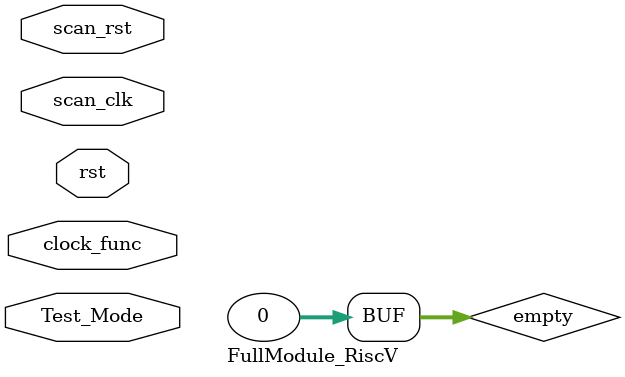
<source format=v>
`include "Adder_Nbit.v"
`include "ALU_32.v"
`include "ALU_controller.v"
`include "Extend.v"
`include "instruction_ROM.v"
`include "main_decoder.v"
`include "memo_Data.v"
`include "mux4.v"
`include "MUX2_32b.v"
`include "PC_counter.v"
`include "reg_file.v"
`include "RiscV_controller.v"
`include "MUX2.v"
`include "ADDER_PC.v"
module FullModule_RiscV(
input clock_func,rst,scan_clk,scan_rst,Test_Mode
    );
    wire [31:0] PC_next, PC, PC_plus4 , ALU_result,empty ,PC_srcb;
    wire [31:0] instr , REG_Wdata ,SRC_A,SRC_B, RD2, immEXT ,readData;
    wire PC_src ,Mem_W,ALU_src,Reg_W,Zeros;
    wire [1:0] Result_src, imm_src;
    wire [2:0]Alu_control;
    wire clk,reset;	
 assign empty = 32'b0;
// for dft :
 MUX2 Mux_Clkdft   (
        .A(clock_func),
        .B(scan_clk),
        .sel(Test_Mode),
        .C (clk)
 );


  MUX2 Mux_rstdft   (
        .A(rst),
        .B(scan_rst),
        .sel(Test_Mode),
        .C (reset)
 );

PC_counter counter(
        .PC_next(PC_next),
        .clk(clk), 
        .reset(reset),
        .PC(PC)
        );
  instruction_ROM ISA (
         .Address(PC),
         .RD(instr)
            );
            
  RiscV_controller controller(
              .OP(instr[6:0]),
              .F7(instr[30]),
              .F3(instr[14:12]),
              .Zero(Zeros),
              .PC_src(PC_src),
              .Result_src(Result_src),
              .Mem_W(Mem_W),
              .Alu_control(Alu_control),
              .ALU_src(ALU_src),
              .imm_src(imm_src),
              .Reg_W(Reg_W)
                );          
            
  reg_file regester_memo(
               .r1(instr[19:15]),
               .r2(instr[24:20]),
               .W1(instr[11:7]),
               .clk(clk),
               .W_EN(Reg_W),
               .W_data(REG_Wdata),
               .RD1(SRC_A),
               .RD2(RD2)
                );
  Extend ex_imm(
                .imm(instr[31:7]),
                .imm_src(imm_src),
                .immEXT(immEXT)
    );
    
    
   MUX2_32b alu_src(
                 .A(RD2),
                 .B(immEXT),
                 .sel(ALU_src),
                 .C(SRC_B)
        );
   ALU_32 Alu_32b(
                .A(SRC_A),
                .B(SRC_B),
                .sel(Alu_control),
                .Result(ALU_result),
                .Zero_F(Zeros)
            );
   memo_Data mem_D(
               .Addr(ALU_result),
               .clk(clk),
               .WE(Mem_W),
               .WD(RD2),
               .RD(readData)
               );
               
   mux4 reg_F_src(
                 .A(ALU_result),
                 .B(readData),
                 .C(PC_plus4),
                 .D(empty),
                 .sel(Result_src),
                 .out(REG_Wdata)
                  ); 
  ADDER_PC PC_4(
   .A(PC),
   .B(PC_plus4));


   Adder_Nbit pc_target (
                   .A(PC),
                   .B(immEXT),
                   .C(PC_srcb)); 
   
     MUX2_32b PC_mux(
                     .A(PC_plus4),
                     .B(PC_srcb),
                     .sel(PC_src),
                     .C(PC_next) );            
                                   
                          
endmodule

</source>
